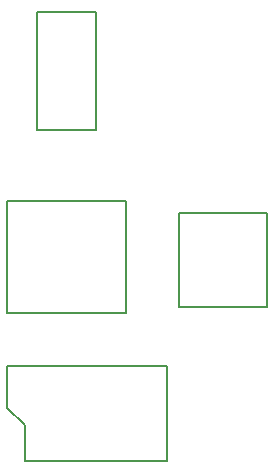
<source format=gbr>
G04 #@! TF.GenerationSoftware,KiCad,Pcbnew,(5.1.0)-1*
G04 #@! TF.CreationDate,2019-09-15T18:31:35-07:00*
G04 #@! TF.ProjectId,Miniscope-v4-Rigid-Flex,4d696e69-7363-46f7-9065-2d76342d5269,rev?*
G04 #@! TF.SameCoordinates,Original*
G04 #@! TF.FileFunction,Other,ECO1*
%FSLAX46Y46*%
G04 Gerber Fmt 4.6, Leading zero omitted, Abs format (unit mm)*
G04 Created by KiCad (PCBNEW (5.1.0)-1) date 2019-09-15 18:31:35*
%MOMM*%
%LPD*%
G04 APERTURE LIST*
%ADD10C,0.150000*%
G04 APERTURE END LIST*
D10*
X98750000Y-126000000D02*
X100250000Y-127500000D01*
X98750000Y-122500000D02*
X98750000Y-126000000D01*
X101250000Y-102500000D02*
X106250000Y-102500000D01*
X101250000Y-92500000D02*
X101250000Y-102500000D01*
X106250000Y-92500000D02*
X101250000Y-92500000D01*
X106250000Y-102500000D02*
X106250000Y-92500000D01*
X113250000Y-109500000D02*
X113250000Y-117500000D01*
X120750000Y-109500000D02*
X113250000Y-109500000D01*
X120750000Y-117500000D02*
X120750000Y-109500000D01*
X113250000Y-117500000D02*
X120750000Y-117500000D01*
X98750000Y-108500000D02*
X98750000Y-118000000D01*
X108750000Y-108500000D02*
X98750000Y-108500000D01*
X108750000Y-118000000D02*
X108750000Y-108500000D01*
X98750000Y-118000000D02*
X108750000Y-118000000D01*
X100250000Y-127500000D02*
X100250000Y-130500000D01*
X112250000Y-122500000D02*
X98750000Y-122500000D01*
X112250000Y-130500000D02*
X112250000Y-122500000D01*
X100250000Y-130500000D02*
X112250000Y-130500000D01*
M02*

</source>
